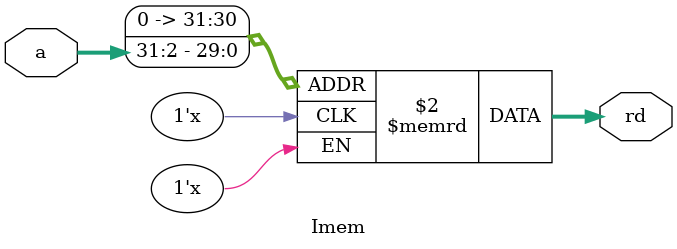
<source format=v>
module Imem (
  input  wire [31:0] a,
  output reg  [31:0] rd
);
  reg [31:0] storage [0:10000];

  always @(*) rd = storage[a >> 2];

endmodule

</source>
